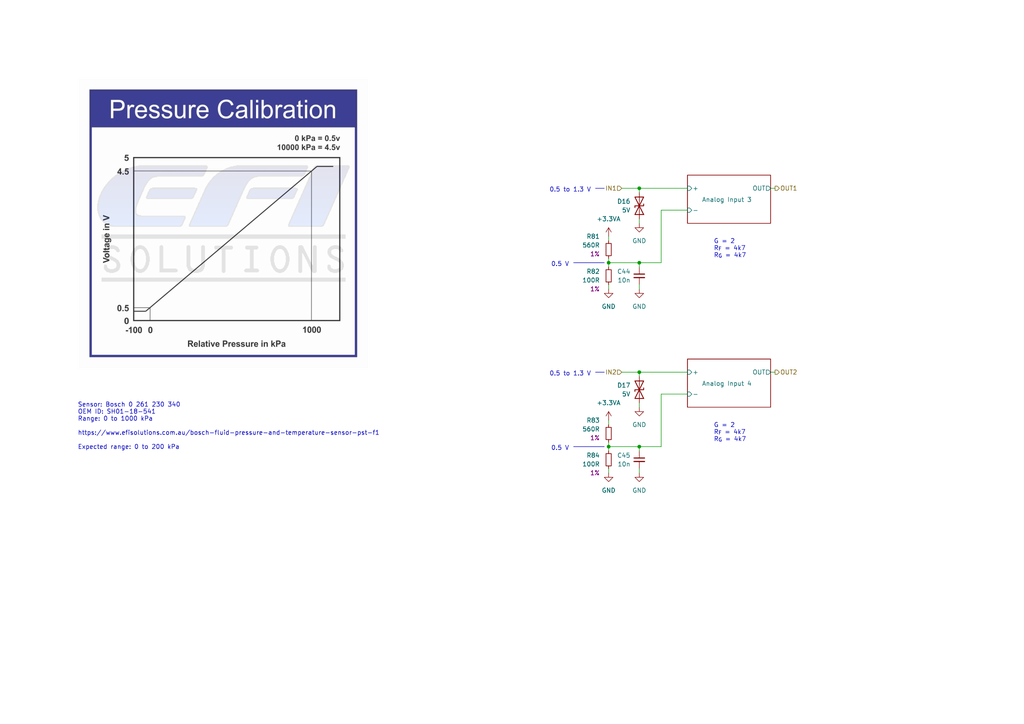
<source format=kicad_sch>
(kicad_sch (version 20231120) (generator "eeschema") (generator_version "8.0")
  (paper "A4")
  (title_block (title "Water Pressure Sensors") (date "2024-04-28") (rev "${REVISION}") (company "Author: I. Kajdan") (comment 1 "Reviewer:"))
  (lib_symbols
    (symbol "Device:C_Small" (pin_numbers hide) (pin_names (offset 0.254) hide)
      (property "Reference" "C" (at 0.254 1.778 0))
      (property "Value" "C_Small" (at 0.254 -2.032 0))
      (symbol "C_Small_0_1"
        (polyline (pts (xy -1.524 -0.508) (xy 1.524 -0.508)) (stroke (width 0.3302)))
        (polyline (pts (xy -1.524 0.508) (xy 1.524 0.508)) (stroke (width 0.3048)))
      )
      (symbol "C_Small_1_1"
        (pin passive line (at 0 2.54 270) (length 2.032) (name "~") (number "1"))
        (pin passive line (at 0 -2.54 90) (length 2.032) (name "~") (number "2"))
      )
    )
    (symbol "Device:D_TVS" (pin_numbers hide) (pin_names (offset 1.016) hide)
      (property "Reference" "D" (at 0 2.54 0))
      (property "Value" "D_TVS" (at 0 -2.54 0))
      (symbol "D_TVS_0_1"
        (polyline (pts (xy 1.27 0) (xy -1.27 0)))
        (polyline (pts (xy 0.508 1.27) (xy 0 1.27) (xy 0 -1.27) (xy -0.508 -1.27)) (stroke (width 0.254)))
        (polyline (pts (xy -2.54 1.27) (xy -2.54 -1.27) (xy 2.54 1.27) (xy 2.54 -1.27) (xy -2.54 1.27)) (stroke (width 0.254)))
      )
      (symbol "D_TVS_1_1"
        (pin passive line (at -3.81 0 0) (length 2.54) (name "A1") (number "1"))
        (pin passive line (at 3.81 0 180) (length 2.54) (name "A2") (number "2"))
      )
    )
    (symbol "Device:R_Small" (pin_numbers hide) (pin_names (offset 0.254) hide)
      (property "Reference" "R" (at 0.762 0.508 0))
      (property "Value" "R_Small" (at 0.762 -1.016 0))
      (symbol "R_Small_0_1"
        (rectangle (start -0.762 1.778) (end 0.762 -1.778) (stroke (width 0.2032)))
      )
      (symbol "R_Small_1_1"
        (pin passive line (at 0 2.54 270) (length 0.762) (name "~") (number "1"))
        (pin passive line (at 0 -2.54 90) (length 0.762) (name "~") (number "2"))
      )
    )
    (symbol "power:+3.3VA" (power) (pin_names (offset 0))
      (property "Value" "+3.3VA" (at 0 3.556 0))
      (symbol "+3.3VA_0_1"
        (polyline (pts (xy -0.762 1.27) (xy 0 2.54)))
        (polyline (pts (xy 0 0) (xy 0 2.54)))
        (polyline (pts (xy 0 2.54) (xy 0.762 1.27)))
      )
      (symbol "+3.3VA_1_1"
        (pin power_in line (at 0 0 90) (length 0) hide (name "+3.3VA") (number "1"))
      )
    )
    (symbol "power:GND" (power) (pin_names (offset 0))
      (property "Value" "GND" (at 0 -3.81 0))
      (symbol "GND_0_1"
        (polyline (pts (xy 0 0) (xy 0 -1.27) (xy 1.27 -1.27) (xy 0 -2.54) (xy -1.27 -1.27) (xy 0 -1.27)))
      )
      (symbol "GND_1_1"
        (pin power_in line (at 0 0 270) (length 0) hide (name "GND") (number "1"))
      )
    )
  )
  (junction (at 185.42 129.54))
  (junction (at 176.53 76.2))
  (junction (at 176.53 129.54))
  (junction (at 185.42 107.95))
  (junction (at 185.42 76.2))
  (junction (at 185.42 54.61))
  (wire (pts (xy 176.53 74.93) (xy 176.53 76.2)))
  (wire (pts (xy 176.53 82.55) (xy 176.53 83.82)))
  (wire (pts (xy 176.53 135.89) (xy 176.53 137.16)))
  (wire (pts (xy 185.42 107.95) (xy 199.39 107.95)))
  (wire (pts (xy 185.42 107.95) (xy 185.42 109.22)))
  (wire (pts (xy 185.42 135.89) (xy 185.42 137.16)))
  (wire (pts (xy 176.53 128.27) (xy 176.53 129.54)))
  (polyline (pts (xy 172.72 107.95) (xy 175.26 107.95)))
  (wire (pts (xy 191.77 114.3) (xy 191.77 129.54)))
  (wire (pts (xy 176.53 76.2) (xy 176.53 77.47)))
  (wire (pts (xy 176.53 129.54) (xy 176.53 130.81)))
  (polyline (pts (xy 166.37 129.54) (xy 175.26 129.54)))
  (wire (pts (xy 176.53 129.54) (xy 185.42 129.54)))
  (wire (pts (xy 191.77 60.96) (xy 191.77 76.2)))
  (wire (pts (xy 223.52 107.95) (xy 224.79 107.95)))
  (wire (pts (xy 191.77 129.54) (xy 185.42 129.54)))
  (wire (pts (xy 191.77 76.2) (xy 185.42 76.2)))
  (wire (pts (xy 176.53 76.2) (xy 185.42 76.2)))
  (wire (pts (xy 191.77 114.3) (xy 199.39 114.3)))
  (wire (pts (xy 180.34 54.61) (xy 185.42 54.61)))
  (wire (pts (xy 185.42 54.61) (xy 185.42 55.88)))
  (wire (pts (xy 176.53 68.58) (xy 176.53 69.85)))
  (wire (pts (xy 185.42 82.55) (xy 185.42 83.82)))
  (wire (pts (xy 185.42 129.54) (xy 185.42 130.81)))
  (polyline (pts (xy 172.72 54.61) (xy 175.26 54.61)))
  (wire (pts (xy 185.42 76.2) (xy 185.42 77.47)))
  (wire (pts (xy 191.77 60.96) (xy 199.39 60.96)))
  (wire (pts (xy 185.42 54.61) (xy 199.39 54.61)))
  (wire (pts (xy 185.42 118.11) (xy 185.42 116.84)))
  (wire (pts (xy 185.42 64.77) (xy 185.42 63.5)))
  (wire (pts (xy 223.52 54.61) (xy 224.79 54.61)))
  (wire (pts (xy 176.53 121.92) (xy 176.53 123.19)))
  (wire (pts (xy 180.34 107.95) (xy 185.42 107.95)))
  (polyline (pts (xy 166.37 76.2) (xy 175.26 76.2)))
  (image (at 64.77 64.77))
  (text_box "Sensor: Bosch 0 261 230 340\nOEM ID: SH01-18-541\nRange: 0 to 1000 kPa\n\nhttps://www.efisolutions.com.au/bosch-fluid-pressure-and-temperature-sensor-pst-f1\n\nExpected range: 0 to 200 kPa" (at 21.59 115.57 0) (size 88.9 15.24) (stroke (width -0.0001)) (effects (font (size 1.27 1.27)) (justify left top)))
  (text "0.5 V" (at 165.1 77.47 0) (effects (font (size 1.27 1.27)) (justify right bottom)))
  (text "0.5 V" (at 165.1 130.81 0) (effects (font (size 1.27 1.27)) (justify right bottom)))
  (text "0.5 to 1.3 V" (at 171.45 55.88 0) (effects (font (size 1.27 1.27)) (justify right bottom)))
  (text "G = 2\nR_{F} = 4k7\nR_{G} = 4k7" (at 207.01 128.27 0) (effects (font (size 1.27 1.27)) (justify left bottom)))
  (text "G = 2\nR_{F} = 4k7\nR_{G} = 4k7" (at 207.01 74.93 0) (effects (font (size 1.27 1.27)) (justify left bottom)))
  (text "0.5 to 1.3 V" (at 171.45 109.22 0) (effects (font (size 1.27 1.27)) (justify right bottom)))
  (hierarchical_label "IN2" (shape input) (at 180.34 107.95 180))
  (hierarchical_label "OUT2" (shape output) (at 224.79 107.95 0))
  (hierarchical_label "IN1" (shape input) (at 180.34 54.61 180))
  (hierarchical_label "OUT1" (shape output) (at 224.79 54.61 0))
  (symbol (lib_id "power:GND") (at 185.42 137.16 0) (unit 1)
    (property "Reference" "#PWR0174" (effects (hide yes)))
    (property "Value" "GND" (at 185.42 142.24 0))
    (instances (project "rearbox" (path "" (reference "#PWR0174") (unit 1))) (project "apps" (path "" (reference "#PWR012") (unit 1))))
  )
  (symbol (lib_id "Device:C_Small") (at 185.42 80.01 0) (mirror y) (unit 1)
    (property "Reference" "C44" (at 182.88 78.7463 0) (effects (justify left)))
    (property "Value" "10n" (at 182.88 81.2863 0) (effects (justify left)))
    (property "Footprint" "Capacitor_SMD:C_0603_1608Metric" (effects (hide yes)))
  )
  (symbol (lib_id "power:GND") (at 185.42 118.11 0) (unit 1)
    (property "Reference" "#PWR0173" (effects (hide yes)))
    (property "Value" "GND" (at 185.42 123.19 0))
  )
  (symbol (lib_id "power:GND") (at 185.42 64.77 0) (unit 1)
    (property "Reference" "#PWR0171" (effects (hide yes)))
    (property "Value" "GND" (at 185.42 69.85 0))
  )
  (symbol (lib_id "Device:R_Small") (at 176.53 125.73 0) (mirror y) (unit 1)
    (property "Reference" "R83" (at 173.99 121.92 0) (effects (justify left)))
    (property "Value" "560R" (at 173.99 124.46 0) (effects (justify left)))
    (property "Footprint" "Resistor_SMD:R_0603_1608Metric" (effects (hide yes)))
    (property "Tolerance" "1%" (at 173.99 127 0) (effects (justify left)))
    (instances (project "rearbox" (path "" (reference "R83") (unit 1))) (project "apps" (path "" (reference "R7") (unit 1))))
  )
  (symbol (lib_id "power:GND") (at 176.53 83.82 0) (unit 1)
    (property "Reference" "#PWR0168" (effects (hide yes)))
    (property "Value" "GND" (at 176.53 88.9 0))
    (instances (project "rearbox" (path "" (reference "#PWR0168") (unit 1))) (project "apps" (path "" (reference "#PWR012") (unit 1))))
  )
  (symbol (lib_id "Device:C_Small") (at 185.42 133.35 0) (mirror y) (unit 1)
    (property "Reference" "C45" (at 182.88 132.0863 0) (effects (justify left)))
    (property "Value" "10n" (at 182.88 134.6263 0) (effects (justify left)))
    (property "Footprint" "Capacitor_SMD:C_0603_1608Metric" (effects (hide yes)))
  )
  (symbol (lib_id "power:+3.3VA") (at 176.53 121.92 0) (unit 1)
    (property "Reference" "#PWR0169" (effects (hide yes)))
    (property "Value" "+3.3VA" (at 176.53 116.84 0))
  )
  (symbol (lib_id "Device:D_TVS") (at 185.42 59.69 270) (mirror x) (unit 1)
    (property "Reference" "D16" (at 182.88 58.42 90) (effects (justify right)))
    (property "Value" "5V" (at 182.88 60.96 90) (effects (justify right)))
    (property "Footprint" "Diode_SMD:D_SOD-523" (effects (hide yes)))
    (property "Datasheet" "https://www.mouser.pl/datasheet/2/916/PESD5V0V1BB_Q-3081435.pdf" (effects (hide yes)))
    (property "Component" "PESD5V0V1BB-QX" (effects (hide yes)))
  )
  (symbol (lib_id "power:GND") (at 185.42 83.82 0) (unit 1)
    (property "Reference" "#PWR0172" (effects (hide yes)))
    (property "Value" "GND" (at 185.42 88.9 0))
    (instances (project "rearbox" (path "" (reference "#PWR0172") (unit 1))) (project "apps" (path "" (reference "#PWR012") (unit 1))))
  )
  (symbol (lib_id "power:GND") (at 176.53 137.16 0) (unit 1)
    (property "Reference" "#PWR0170" (effects (hide yes)))
    (property "Value" "GND" (at 176.53 142.24 0))
    (instances (project "rearbox" (path "" (reference "#PWR0170") (unit 1))) (project "apps" (path "" (reference "#PWR012") (unit 1))))
  )
  (symbol (lib_id "Device:R_Small") (at 176.53 80.01 0) (mirror y) (unit 1)
    (property "Reference" "R82" (at 173.99 78.74 0) (effects (justify left)))
    (property "Value" "100R" (at 173.99 81.28 0) (effects (justify left)))
    (property "Footprint" "Resistor_SMD:R_0603_1608Metric" (effects (hide yes)))
    (property "Tolerance" "1%" (at 173.99 83.82 0) (effects (justify left)))
    (instances (project "rearbox" (path "" (reference "R82") (unit 1))) (project "apps" (path "" (reference "R8") (unit 1))))
  )
  (symbol (lib_id "Device:R_Small") (at 176.53 72.39 0) (mirror y) (unit 1)
    (property "Reference" "R81" (at 173.99 68.58 0) (effects (justify left)))
    (property "Value" "560R" (at 173.99 71.12 0) (effects (justify left)))
    (property "Footprint" "Resistor_SMD:R_0603_1608Metric" (effects (hide yes)))
    (property "Tolerance" "1%" (at 173.99 73.66 0) (effects (justify left)))
    (instances (project "rearbox" (path "" (reference "R81") (unit 1))) (project "apps" (path "" (reference "R7") (unit 1))))
  )
  (symbol (lib_id "Device:D_TVS") (at 185.42 113.03 270) (mirror x) (unit 1)
    (property "Reference" "D17" (at 182.88 111.76 90) (effects (justify right)))
    (property "Value" "5V" (at 182.88 114.3 90) (effects (justify right)))
    (property "Footprint" "Diode_SMD:D_SOD-523" (effects (hide yes)))
    (property "Datasheet" "https://www.mouser.pl/datasheet/2/916/PESD5V0V1BB_Q-3081435.pdf" (effects (hide yes)))
    (property "Component" "PESD5V0V1BB-QX" (effects (hide yes)))
  )
  (symbol (lib_id "Device:R_Small") (at 176.53 133.35 0) (mirror y) (unit 1)
    (property "Reference" "R84" (at 173.99 132.08 0) (effects (justify left)))
    (property "Value" "100R" (at 173.99 134.62 0) (effects (justify left)))
    (property "Footprint" "Resistor_SMD:R_0603_1608Metric" (effects (hide yes)))
    (property "Tolerance" "1%" (at 173.99 137.16 0) (effects (justify left)))
    (instances (project "rearbox" (path "" (reference "R84") (unit 1))) (project "apps" (path "" (reference "R8") (unit 1))))
  )
  (symbol (lib_id "power:+3.3VA") (at 176.53 68.58 0) (unit 1)
    (property "Reference" "#PWR0167" (effects (hide yes)))
    (property "Value" "+3.3VA" (at 176.53 63.5 0))
  )
  (sheet (at 199.39 50.8) (size 24.13 13.97) (stroke (width 0.1524))
    (property "Sheetname" "Analog Input 3" (at 210.82 57.15 0) (effects (justify top)))
    (property "Sheetfile" "analog_input.kicad_sch" (effects (hide yes)))
    (pin "+" input (at 199.39 54.61 180))
    (pin "OUT" output (at 223.52 54.61 0))
    (pin "-" input (at 199.39 60.96 180))
  )
  (sheet (at 199.39 104.14) (size 24.13 13.97) (stroke (width 0.1524))
    (property "Sheetname" "Analog Input 4" (at 210.82 110.49 0) (effects (justify top)))
    (property "Sheetfile" "analog_input.kicad_sch" (effects (hide yes)))
    (pin "+" input (at 199.39 107.95 180))
    (pin "OUT" output (at 223.52 107.95 0))
    (pin "-" input (at 199.39 114.3 180))
  )
)
</source>
